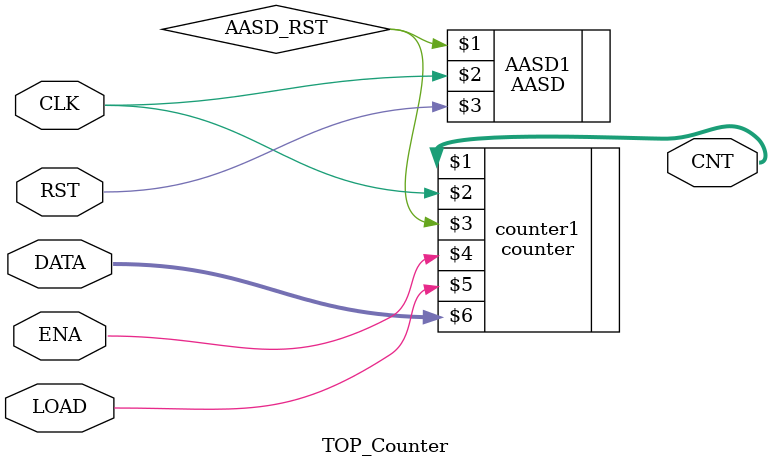
<source format=v>
`timescale 1ns / 1 ns
`include "aasd.v"
`include "counter.v"

module TOP_Counter(CNT, DATA, CLK, RST, ENA, LOAD);
  output wire [7:0] CNT;
  input CLK, RST, ENA, LOAD;
  input [7:0] DATA;

  counter counter1 (CNT,CLK, AASD_RST, ENA, LOAD,DATA); // counterinstance

  AASD AASD1 (AASD_RST, CLK, RST); // AASDinstance
endmodule
</source>
